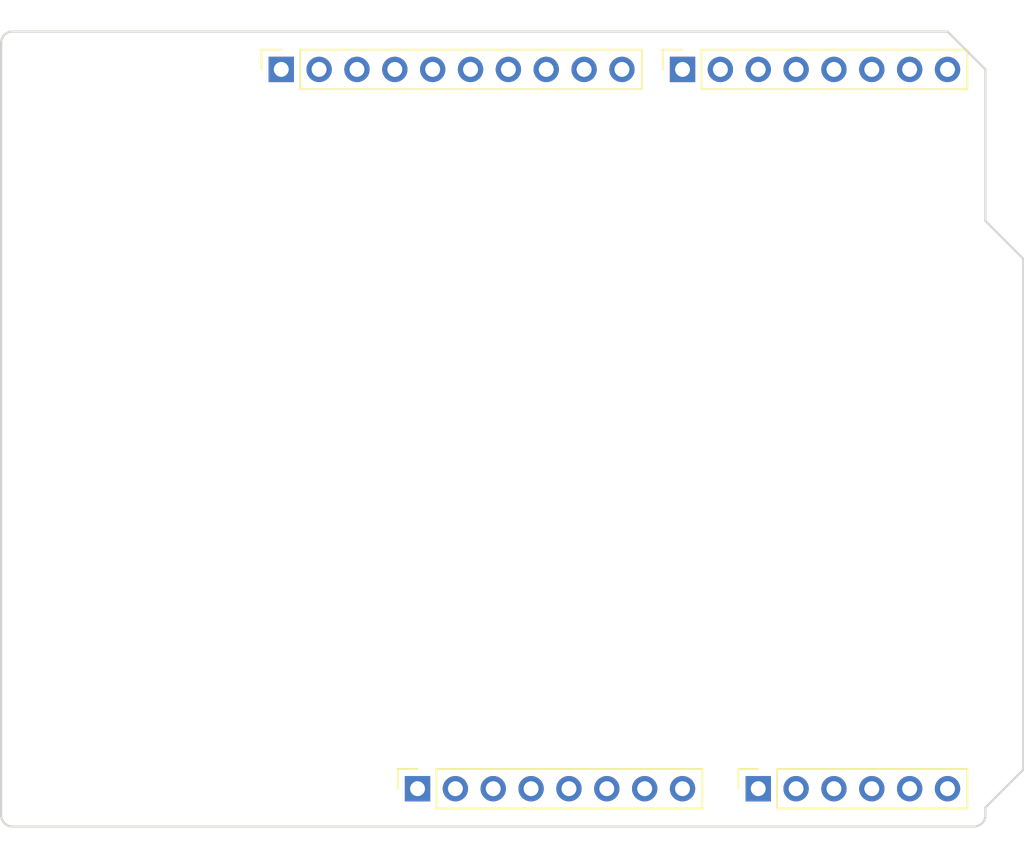
<source format=kicad_pcb>
(kicad_pcb (version 20241229) (generator "pcbnew") (generator_version "9.0")
  (title_block (date "mar. 31 mars 2015"))
  (layers (0 "F.Cu" signal) (2 "B.Cu" signal) (13 "F.Paste" user) (15 "B.Paste" user) (5 "F.SilkS" user "F.Silkscreen") (7 "B.SilkS" user "B.Silkscreen") (1 "F.Mask" user) (3 "B.Mask" user) (25 "Edge.Cuts" user))
  (net 0 "")
  (net 1 "GND")
  (net 3 "+5V")
  (net 4 "/IOREF")
  (net 5 "/A0")
  (net 6 "/A1")
  (net 7 "/A2")
  (net 8 "/A3")
  (net 9 "/SDA{slash}A4")
  (net 10 "/SCL{slash}A5")
  (net 11 "/13")
  (net 12 "/12")
  (net 13 "/AREF")
  (net 14 "/8")
  (net 15 "/7")
  (net 16 "/*11")
  (net 17 "/*10")
  (net 18 "/*9")
  (net 19 "/4")
  (net 20 "/2")
  (net 21 "/*6")
  (net 22 "/*5")
  (net 23 "/TX{slash}1")
  (net 24 "/*3")
  (net 25 "/RX{slash}0")
  (net 26 "+3V3")
  (net 27 "VCC")
  (net 28 "/~{RESET}")
  (footprint "Connector_PinSocket_2.54mm:PinSocket_1x08_P2.54mm_Vertical" (layer "F.Cu") (at 127.94 97.46 90)
    (property "Reference" "J1" (hide yes))
    (property "Value" "Power")
    (fp_line (start 1.33 -1.33) (end 1.33 0) (stroke (width 0.12)) (layer "F.SilkS"))
    (fp_line (start 0 -1.33) (end 1.33 -1.33) (stroke (width 0.12)) (layer "F.SilkS"))
    (fp_line (start 1.33 1.27) (end 1.33 19.11) (stroke (width 0.12)) (layer "F.SilkS"))
    (fp_line (start -1.33 1.27) (end 1.33 1.27) (stroke (width 0.12)) (layer "F.SilkS"))
    (fp_line (start -1.33 1.27) (end -1.33 19.11) (stroke (width 0.12)) (layer "F.SilkS"))
    (fp_line (start -1.33 19.11) (end 1.33 19.11) (stroke (width 0.12)) (layer "F.SilkS"))
    (pad "1" thru_hole rect (at 0 0 90) (size 1.7 1.7) (drill 1) (layers "*.Cu" "*.Mask"))
    (pad "2" thru_hole oval (at 0 2.54 90) (size 1.7 1.7) (drill 1) (layers "*.Cu" "*.Mask") (net 4 "/IOREF"))
    (pad "3" thru_hole oval (at 0 5.08 90) (size 1.7 1.7) (drill 1) (layers "*.Cu" "*.Mask") (net 28 "/~{RESET}"))
    (pad "4" thru_hole oval (at 0 7.62 90) (size 1.7 1.7) (drill 1) (layers "*.Cu" "*.Mask") (net 26 "+3V3"))
    (pad "5" thru_hole oval (at 0 10.16 90) (size 1.7 1.7) (drill 1) (layers "*.Cu" "*.Mask") (net 3 "+5V"))
    (pad "6" thru_hole oval (at 0 12.7 90) (size 1.7 1.7) (drill 1) (layers "*.Cu" "*.Mask") (net 1 "GND"))
    (pad "7" thru_hole oval (at 0 15.24 90) (size 1.7 1.7) (drill 1) (layers "*.Cu" "*.Mask") (net 1 "GND"))
    (pad "8" thru_hole oval (at 0 17.78 90) (size 1.7 1.7) (drill 1) (layers "*.Cu" "*.Mask") (net 27 "VCC"))
  )
  (footprint "Connector_PinSocket_2.54mm:PinSocket_1x06_P2.54mm_Vertical" (layer "F.Cu") (at 150.8 97.46 90)
    (property "Reference" "J3" (hide yes))
    (property "Value" "Analog")
    (fp_line (start 1.33 -1.33) (end 1.33 0) (stroke (width 0.12)) (layer "F.SilkS"))
    (fp_line (start 0 -1.33) (end 1.33 -1.33) (stroke (width 0.12)) (layer "F.SilkS"))
    (fp_line (start 1.33 1.27) (end 1.33 14.03) (stroke (width 0.12)) (layer "F.SilkS"))
    (fp_line (start -1.33 1.27) (end 1.33 1.27) (stroke (width 0.12)) (layer "F.SilkS"))
    (fp_line (start -1.33 1.27) (end -1.33 14.03) (stroke (width 0.12)) (layer "F.SilkS"))
    (fp_line (start -1.33 14.03) (end 1.33 14.03) (stroke (width 0.12)) (layer "F.SilkS"))
    (pad "1" thru_hole rect (at 0 0 90) (size 1.7 1.7) (drill 1) (layers "*.Cu" "*.Mask") (net 5 "/A0"))
    (pad "2" thru_hole oval (at 0 2.54 90) (size 1.7 1.7) (drill 1) (layers "*.Cu" "*.Mask") (net 6 "/A1"))
    (pad "3" thru_hole oval (at 0 5.08 90) (size 1.7 1.7) (drill 1) (layers "*.Cu" "*.Mask") (net 7 "/A2"))
    (pad "4" thru_hole oval (at 0 7.62 90) (size 1.7 1.7) (drill 1) (layers "*.Cu" "*.Mask") (net 8 "/A3"))
    (pad "5" thru_hole oval (at 0 10.16 90) (size 1.7 1.7) (drill 1) (layers "*.Cu" "*.Mask") (net 9 "/SDA{slash}A4"))
    (pad "6" thru_hole oval (at 0 12.7 90) (size 1.7 1.7) (drill 1) (layers "*.Cu" "*.Mask") (net 10 "/SCL{slash}A5"))
  )
  (footprint "Connector_PinSocket_2.54mm:PinSocket_1x10_P2.54mm_Vertical" (layer "F.Cu") (at 118.796 49.2 90)
    (property "Reference" "J2" (hide yes))
    (property "Value" "Digital/PWM")
    (fp_line (start 1.33 -1.33) (end 1.33 0) (stroke (width 0.12)) (layer "F.SilkS"))
    (fp_line (start 0 -1.33) (end 1.33 -1.33) (stroke (width 0.12)) (layer "F.SilkS"))
    (fp_line (start 1.33 1.27) (end 1.33 24.19) (stroke (width 0.12)) (layer "F.SilkS"))
    (fp_line (start -1.33 1.27) (end 1.33 1.27) (stroke (width 0.12)) (layer "F.SilkS"))
    (fp_line (start -1.33 1.27) (end -1.33 24.19) (stroke (width 0.12)) (layer "F.SilkS"))
    (fp_line (start -1.33 24.19) (end 1.33 24.19) (stroke (width 0.12)) (layer "F.SilkS"))
    (pad "1" thru_hole rect (at 0 0 90) (size 1.7 1.7) (drill 1) (layers "*.Cu" "*.Mask") (net 10 "/SCL{slash}A5"))
    (pad "2" thru_hole oval (at 0 2.54 90) (size 1.7 1.7) (drill 1) (layers "*.Cu" "*.Mask") (net 9 "/SDA{slash}A4"))
    (pad "3" thru_hole oval (at 0 5.08 90) (size 1.7 1.7) (drill 1) (layers "*.Cu" "*.Mask") (net 13 "/AREF"))
    (pad "4" thru_hole oval (at 0 7.62 90) (size 1.7 1.7) (drill 1) (layers "*.Cu" "*.Mask") (net 1 "GND"))
    (pad "5" thru_hole oval (at 0 10.16 90) (size 1.7 1.7) (drill 1) (layers "*.Cu" "*.Mask") (net 11 "/13"))
    (pad "6" thru_hole oval (at 0 12.7 90) (size 1.7 1.7) (drill 1) (layers "*.Cu" "*.Mask") (net 12 "/12"))
    (pad "7" thru_hole oval (at 0 15.24 90) (size 1.7 1.7) (drill 1) (layers "*.Cu" "*.Mask") (net 16 "/*11"))
    (pad "8" thru_hole oval (at 0 17.78 90) (size 1.7 1.7) (drill 1) (layers "*.Cu" "*.Mask") (net 17 "/*10"))
    (pad "9" thru_hole oval (at 0 20.32 90) (size 1.7 1.7) (drill 1) (layers "*.Cu" "*.Mask") (net 18 "/*9"))
    (pad "10" thru_hole oval (at 0 22.86 90) (size 1.7 1.7) (drill 1) (layers "*.Cu" "*.Mask") (net 14 "/8"))
  )
  (footprint "Connector_PinSocket_2.54mm:PinSocket_1x08_P2.54mm_Vertical" (layer "F.Cu") (at 145.72 49.2 90)
    (property "Reference" "J4" (hide yes))
    (property "Value" "Digital/PWM")
    (fp_line (start 1.33 -1.33) (end 1.33 0) (stroke (width 0.12)) (layer "F.SilkS"))
    (fp_line (start 0 -1.33) (end 1.33 -1.33) (stroke (width 0.12)) (layer "F.SilkS"))
    (fp_line (start 1.33 1.27) (end 1.33 19.11) (stroke (width 0.12)) (layer "F.SilkS"))
    (fp_line (start -1.33 1.27) (end 1.33 1.27) (stroke (width 0.12)) (layer "F.SilkS"))
    (fp_line (start -1.33 1.27) (end -1.33 19.11) (stroke (width 0.12)) (layer "F.SilkS"))
    (fp_line (start -1.33 19.11) (end 1.33 19.11) (stroke (width 0.12)) (layer "F.SilkS"))
    (pad "1" thru_hole rect (at 0 0 90) (size 1.7 1.7) (drill 1) (layers "*.Cu" "*.Mask") (net 15 "/7"))
    (pad "2" thru_hole oval (at 0 2.54 90) (size 1.7 1.7) (drill 1) (layers "*.Cu" "*.Mask") (net 21 "/*6"))
    (pad "3" thru_hole oval (at 0 5.08 90) (size 1.7 1.7) (drill 1) (layers "*.Cu" "*.Mask") (net 22 "/*5"))
    (pad "4" thru_hole oval (at 0 7.62 90) (size 1.7 1.7) (drill 1) (layers "*.Cu" "*.Mask") (net 19 "/4"))
    (pad "5" thru_hole oval (at 0 10.16 90) (size 1.7 1.7) (drill 1) (layers "*.Cu" "*.Mask") (net 24 "/*3"))
    (pad "6" thru_hole oval (at 0 12.7 90) (size 1.7 1.7) (drill 1) (layers "*.Cu" "*.Mask") (net 20 "/2"))
    (pad "7" thru_hole oval (at 0 15.24 90) (size 1.7 1.7) (drill 1) (layers "*.Cu" "*.Mask") (net 23 "/TX{slash}1"))
    (pad "8" thru_hole oval (at 0 17.78 90) (size 1.7 1.7) (drill 1) (layers "*.Cu" "*.Mask") (net 25 "/RX{slash}0"))
  )
  (footprint "Arduino_MountingHole:MountingHole_3.2mm" (layer "F.Cu") (at 115.24 49.2)
    (property "Reference" "MH1" (hide yes))
    (property "Value" "MountingHole_3.2mm" (hide yes))
    (pad "" np_thru_hole circle (at 0 0) (size 3.2 3.2) (drill 3.2) (layers "*.Cu" "*.Mask"))
  )
  (footprint "Arduino_MountingHole:MountingHole_3.2mm" (layer "F.Cu") (at 113.97 97.46)
    (property "Reference" "MH2" (hide yes))
    (property "Value" "MountingHole_3.2mm" (hide yes))
    (pad "" np_thru_hole circle (at 0 0) (size 3.2 3.2) (drill 3.2) (layers "*.Cu" "*.Mask"))
  )
  (footprint "Arduino_MountingHole:MountingHole_3.2mm" (layer "F.Cu") (at 166.04 64.44)
    (property "Reference" "MH3" (hide yes))
    (property "Value" "MountingHole_3.2mm" (hide yes))
    (pad "" np_thru_hole circle (at 0 0) (size 3.2 3.2) (drill 3.2) (layers "*.Cu" "*.Mask"))
  )
  (footprint "Arduino_MountingHole:MountingHole_3.2mm" (layer "F.Cu") (at 166.04 92.38)
    (property "Reference" "MH4" (hide yes))
    (property "Value" "MountingHole_3.2mm" (hide yes))
    (pad "" np_thru_hole circle (at 0 0) (size 3.2 3.2) (drill 3.2) (layers "*.Cu" "*.Mask"))
  )
  (gr_line (start 166.04 59.36) (end 168.58 61.9) (stroke (width 0.15)) (layer "Edge.Cuts"))
  (gr_line (start 100 99.238) (end 100 47.422) (stroke (width 0.15)) (layer "Edge.Cuts"))
  (gr_line (start 168.58 61.9) (end 168.58 96.19) (stroke (width 0.15)) (layer "Edge.Cuts"))
  (gr_line (start 165.278 100) (end 100.762 100) (stroke (width 0.15)) (layer "Edge.Cuts"))
  (gr_line (start 100.762 46.66) (end 163.5 46.66) (stroke (width 0.15)) (layer "Edge.Cuts"))
  (gr_arc (start 100.762 100) (mid 100.223185 99.776815) (end 100 99.238) (stroke (width 0.15)) (layer "Edge.Cuts"))
  (gr_line (start 168.58 96.19) (end 166.04 98.73) (stroke (width 0.15)) (layer "Edge.Cuts"))
  (gr_line (start 163.5 46.66) (end 166.04 49.2) (stroke (width 0.15)) (layer "Edge.Cuts"))
  (gr_arc (start 166.04 99.238) (mid 165.816815 99.776815) (end 165.278 100) (stroke (width 0.15)) (layer "Edge.Cuts"))
  (gr_line (start 166.04 49.2) (end 166.04 59.36) (stroke (width 0.15)) (layer "Edge.Cuts"))
  (gr_line (start 166.04 98.73) (end 166.04 99.238) (stroke (width 0.15)) (layer "Edge.Cuts"))
  (gr_arc (start 100 47.422) (mid 100.223185 46.883185) (end 100.762 46.66) (stroke (width 0.15)) (layer "Edge.Cuts"))
)
</source>
